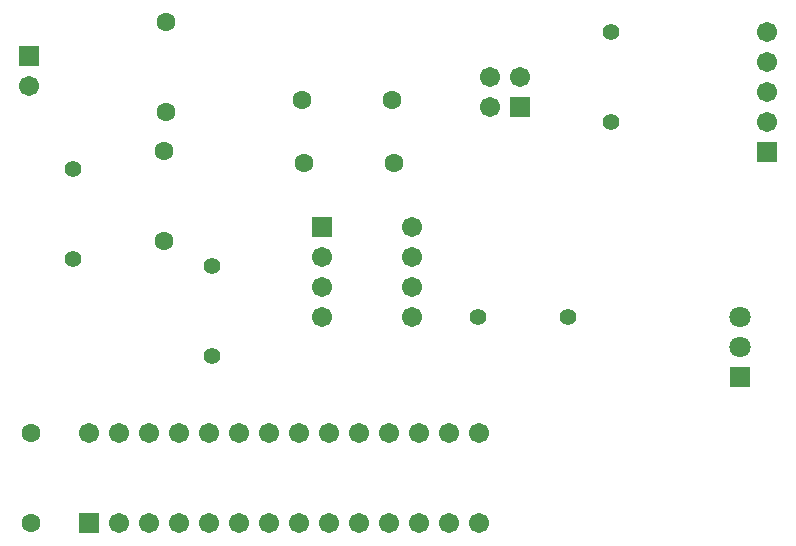
<source format=gbs>
G04*
G04 #@! TF.GenerationSoftware,Altium Limited,Altium Designer,22.1.2 (22)*
G04*
G04 Layer_Color=16711935*
%FSLAX25Y25*%
%MOIN*%
G70*
G04*
G04 #@! TF.SameCoordinates,791A5B21-3FBE-428E-ACD5-E62C4538A61E*
G04*
G04*
G04 #@! TF.FilePolarity,Negative*
G04*
G01*
G75*
%ADD15R,0.06706X0.06706*%
%ADD16C,0.06706*%
%ADD17R,0.06706X0.06706*%
%ADD18C,0.06312*%
%ADD19C,0.05524*%
%ADD20R,0.07099X0.07099*%
%ADD21C,0.07099*%
D15*
X120500Y112500D02*
D03*
D16*
Y102500D02*
D03*
Y92500D02*
D03*
Y82500D02*
D03*
X150500Y112500D02*
D03*
Y102500D02*
D03*
Y92500D02*
D03*
Y82500D02*
D03*
X176500Y162500D02*
D03*
X186500D02*
D03*
X176500Y152500D02*
D03*
X269000Y177500D02*
D03*
Y167500D02*
D03*
Y157500D02*
D03*
Y147500D02*
D03*
X53000Y14000D02*
D03*
X63000D02*
D03*
X73000D02*
D03*
X83000D02*
D03*
X93000D02*
D03*
X103000D02*
D03*
X113000D02*
D03*
X123000D02*
D03*
X133000D02*
D03*
X143000D02*
D03*
X153000D02*
D03*
X163000D02*
D03*
X173000D02*
D03*
X43000Y44000D02*
D03*
X53000D02*
D03*
X63000D02*
D03*
X73000D02*
D03*
X83000D02*
D03*
X93000D02*
D03*
X103000D02*
D03*
X113000D02*
D03*
X123000D02*
D03*
X133000D02*
D03*
X143000D02*
D03*
X153000D02*
D03*
X163000D02*
D03*
X173000D02*
D03*
X23000Y159500D02*
D03*
D17*
X186500Y152500D02*
D03*
X269000Y137500D02*
D03*
X43000Y14000D02*
D03*
X23000Y169500D02*
D03*
D18*
X114500Y134000D02*
D03*
X144500D02*
D03*
X114000Y155000D02*
D03*
X144000D02*
D03*
X68000Y138000D02*
D03*
Y108000D02*
D03*
X68500Y181000D02*
D03*
Y151000D02*
D03*
X23500Y14000D02*
D03*
Y44000D02*
D03*
D19*
X217000Y177500D02*
D03*
Y147500D02*
D03*
X172500Y82500D02*
D03*
X202500D02*
D03*
X84000Y99500D02*
D03*
Y69500D02*
D03*
X37500Y132000D02*
D03*
Y102000D02*
D03*
D20*
X260000Y62500D02*
D03*
D21*
Y72500D02*
D03*
Y82500D02*
D03*
M02*

</source>
